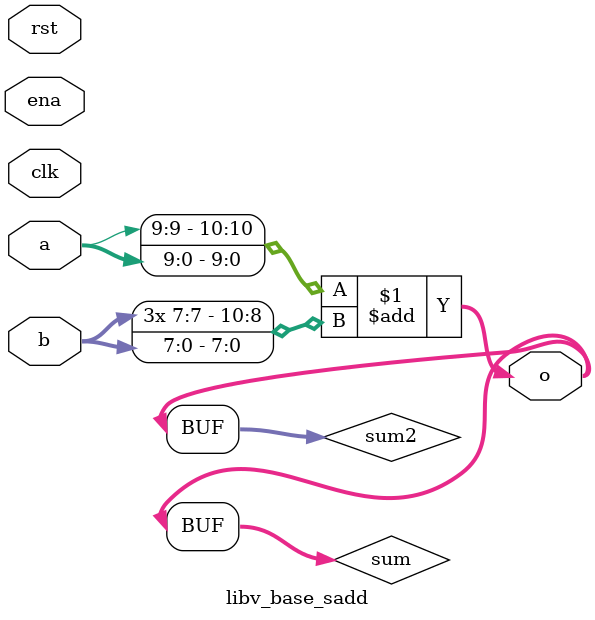
<source format=v>
module libv_base_sadd//低位对齐的加法。高位扩展符号位
#(
	parameter WIA = 10,
	parameter WIB = 8,
	parameter WO  = 11,
	parameter REG = "NO"
)(
	input           clk,
	input           rst,//reset at high
	input           ena,
	input [WIA-1:0] a  ,
	input [WIB-1:0] b  ,
	output[WO -1:0] o  
);

localparam WD_SUM = WIA > WIB ? WIA + 1: WIB + 1;

wire [WD_SUM-1:0] sum = {{(WD_SUM-WIA){a[WIA-1]}}, a} + {{(WD_SUM-WIB){b[WIB-1]}}, b};
wire [WO-1:0] sum2;

generate// 求和
	if(WO  >= WD_SUM)
		begin 
		assign  sum2 = {{(WO-WD_SUM){sum[WD_SUM-1]}},sum};
		end
	else 
		begin // 高位限制幅度 
		wire not_overflow = (&sum[WD_SUM-1: WO-1]) | (~|sum[WD_SUM-1:WO-1])  ;//全0或全1就是没有溢出
        assign  sum2= not_overflow ? sum[WO-1:0] : {sum[WD_SUM-1], {(WO-1){!sum[WD_SUM-1]}}}  ;
		end
endgenerate


generate//用寄存器
	if( REG == "NO" )
		begin
		assign o = sum2;
		end
	else
		begin
		reg [WO-1:0] sum_reg;
		always @ (posedge clk or posedge rst)
		if(rst) 
			sum_reg <= {(WO){1'b0}};	
		else if(ena)
			sum_reg <= sum2;	
		assign o = sum_reg;
		end
endgenerate


endmodule


</source>
